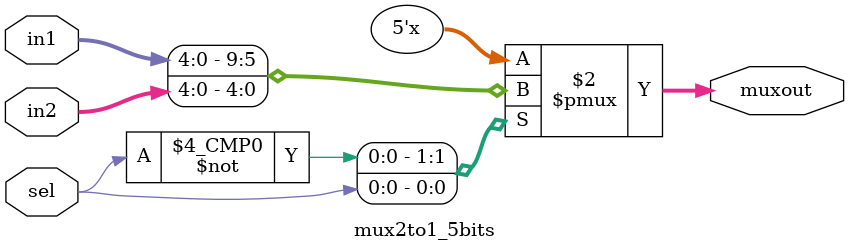
<source format=v>
`timescale 1ns / 1ps
module mux2to1_5bits(input [4:0] in1, input [4:0] in2, input sel, output reg [4:0] muxout);

always@(in1,in2,sel)
begin
	case(sel)
		1'b0: muxout = in1;
		1'b1: muxout = in2;
	endcase
end

endmodule

</source>
